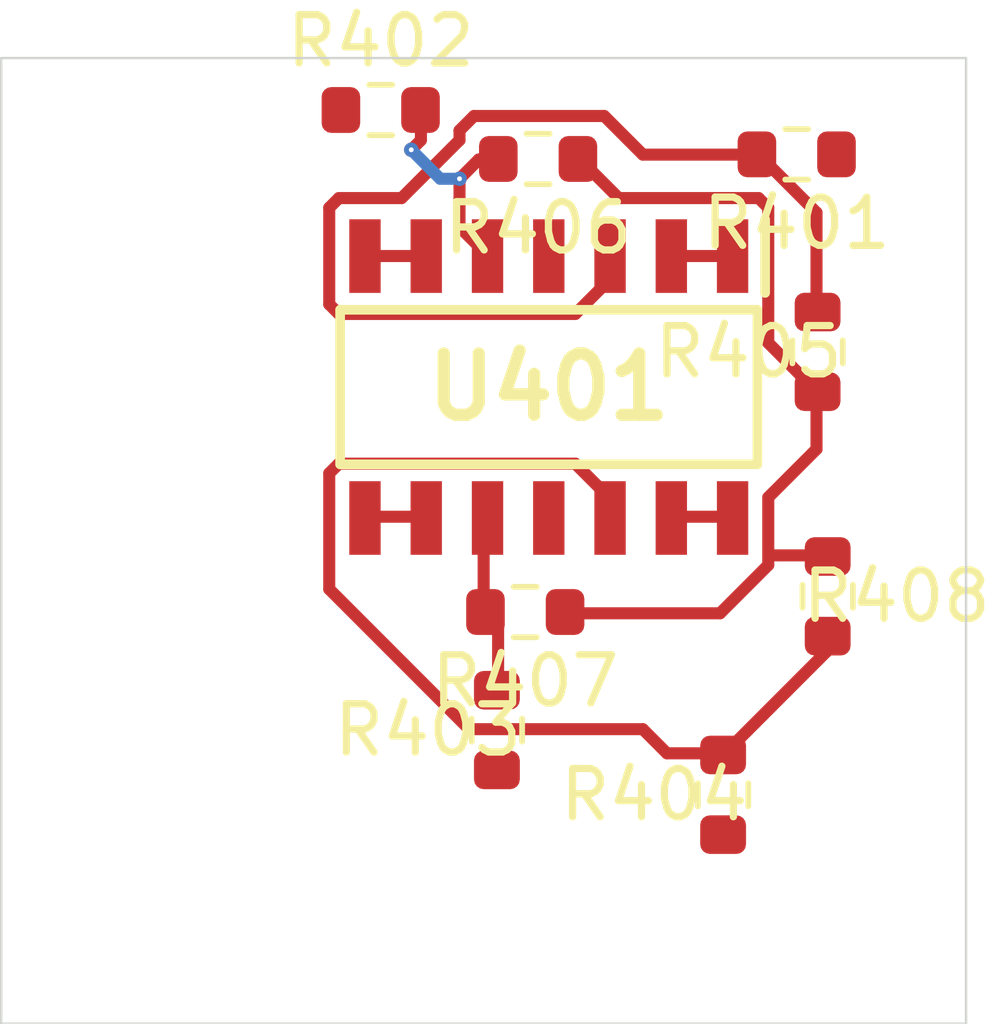
<source format=kicad_pcb>
 ( kicad_pcb  ( version 20171130 )
 ( host pcbnew 5.1.12-84ad8e8a86~92~ubuntu18.04.1 )
 ( general  ( thickness 1.6 )
 ( drawings 4 )
 ( tracks 0 )
 ( zones 0 )
 ( modules 9 )
 ( nets 14 )
)
 ( page A4 )
 ( layers  ( 0 F.Cu signal )
 ( 31 B.Cu signal )
 ( 32 B.Adhes user )
 ( 33 F.Adhes user )
 ( 34 B.Paste user )
 ( 35 F.Paste user )
 ( 36 B.SilkS user )
 ( 37 F.SilkS user )
 ( 38 B.Mask user )
 ( 39 F.Mask user )
 ( 40 Dwgs.User user )
 ( 41 Cmts.User user )
 ( 42 Eco1.User user )
 ( 43 Eco2.User user )
 ( 44 Edge.Cuts user )
 ( 45 Margin user )
 ( 46 B.CrtYd user )
 ( 47 F.CrtYd user )
 ( 48 B.Fab user )
 ( 49 F.Fab user )
)
 ( setup  ( last_trace_width 0.25 )
 ( trace_clearance 0.2 )
 ( zone_clearance 0.508 )
 ( zone_45_only no )
 ( trace_min 0.2 )
 ( via_size 0.8 )
 ( via_drill 0.4 )
 ( via_min_size 0.4 )
 ( via_min_drill 0.3 )
 ( uvia_size 0.3 )
 ( uvia_drill 0.1 )
 ( uvias_allowed no )
 ( uvia_min_size 0.2 )
 ( uvia_min_drill 0.1 )
 ( edge_width 0.05 )
 ( segment_width 0.2 )
 ( pcb_text_width 0.3 )
 ( pcb_text_size 1.5 1.5 )
 ( mod_edge_width 0.12 )
 ( mod_text_size 1 1 )
 ( mod_text_width 0.15 )
 ( pad_size 1.524 1.524 )
 ( pad_drill 0.762 )
 ( pad_to_mask_clearance 0 )
 ( aux_axis_origin 0 0 )
 ( visible_elements FFFFFF7F )
 ( pcbplotparams  ( layerselection 0x010fc_ffffffff )
 ( usegerberextensions false )
 ( usegerberattributes true )
 ( usegerberadvancedattributes true )
 ( creategerberjobfile true )
 ( excludeedgelayer true )
 ( linewidth 0.100000 )
 ( plotframeref false )
 ( viasonmask false )
 ( mode 1 )
 ( useauxorigin false )
 ( hpglpennumber 1 )
 ( hpglpenspeed 20 )
 ( hpglpendiameter 15.000000 )
 ( psnegative false )
 ( psa4output false )
 ( plotreference true )
 ( plotvalue true )
 ( plotinvisibletext false )
 ( padsonsilk false )
 ( subtractmaskfromsilk false )
 ( outputformat 1 )
 ( mirror false )
 ( drillshape 1 )
 ( scaleselection 1 )
 ( outputdirectory "" )
)
)
 ( net 0 "" )
 ( net 1 /Sheet6235D886/vp )
 ( net 2 /Sheet6248AD22/chn0 )
 ( net 3 /Sheet6248AD22/chn1 )
 ( net 4 /Sheet6248AD22/chn2 )
 ( net 5 /Sheet6248AD22/chn3 )
 ( net 6 "Net-(R401-Pad2)" )
 ( net 7 "Net-(R402-Pad2)" )
 ( net 8 "Net-(R403-Pad2)" )
 ( net 9 "Net-(R404-Pad2)" )
 ( net 10 /Sheet6248AD22/chn0_n )
 ( net 11 /Sheet6248AD22/chn1_n )
 ( net 12 /Sheet6248AD22/chn2_n )
 ( net 13 /Sheet6248AD22/chn3_n )
 ( net_class Default "This is the default net class."  ( clearance 0.2 )
 ( trace_width 0.25 )
 ( via_dia 0.8 )
 ( via_drill 0.4 )
 ( uvia_dia 0.3 )
 ( uvia_drill 0.1 )
 ( add_net /Sheet6235D886/vp )
 ( add_net /Sheet6248AD22/chn0 )
 ( add_net /Sheet6248AD22/chn0_n )
 ( add_net /Sheet6248AD22/chn1 )
 ( add_net /Sheet6248AD22/chn1_n )
 ( add_net /Sheet6248AD22/chn2 )
 ( add_net /Sheet6248AD22/chn2_n )
 ( add_net /Sheet6248AD22/chn3 )
 ( add_net /Sheet6248AD22/chn3_n )
 ( add_net "Net-(R401-Pad2)" )
 ( add_net "Net-(R402-Pad2)" )
 ( add_net "Net-(R403-Pad2)" )
 ( add_net "Net-(R404-Pad2)" )
)
 ( module Resistor_SMD:R_0603_1608Metric  ( layer F.Cu )
 ( tedit 5F68FEEE )
 ( tstamp 623425C8 )
 ( at 96.489421 101.994551 180.000000 )
 ( descr "Resistor SMD 0603 (1608 Metric), square (rectangular) end terminal, IPC_7351 nominal, (Body size source: IPC-SM-782 page 72, https://www.pcb-3d.com/wordpress/wp-content/uploads/ipc-sm-782a_amendment_1_and_2.pdf), generated with kicad-footprint-generator" )
 ( tags resistor )
 ( path /6248AD23/6249ADFD )
 ( attr smd )
 ( fp_text reference R401  ( at 0 -1.43 )
 ( layer F.SilkS )
 ( effects  ( font  ( size 1 1 )
 ( thickness 0.15 )
)
)
)
 ( fp_text value 10M  ( at 0 1.43 )
 ( layer F.Fab )
 ( effects  ( font  ( size 1 1 )
 ( thickness 0.15 )
)
)
)
 ( fp_line  ( start -0.8 0.4125 )
 ( end -0.8 -0.4125 )
 ( layer F.Fab )
 ( width 0.1 )
)
 ( fp_line  ( start -0.8 -0.4125 )
 ( end 0.8 -0.4125 )
 ( layer F.Fab )
 ( width 0.1 )
)
 ( fp_line  ( start 0.8 -0.4125 )
 ( end 0.8 0.4125 )
 ( layer F.Fab )
 ( width 0.1 )
)
 ( fp_line  ( start 0.8 0.4125 )
 ( end -0.8 0.4125 )
 ( layer F.Fab )
 ( width 0.1 )
)
 ( fp_line  ( start -0.237258 -0.5225 )
 ( end 0.237258 -0.5225 )
 ( layer F.SilkS )
 ( width 0.12 )
)
 ( fp_line  ( start -0.237258 0.5225 )
 ( end 0.237258 0.5225 )
 ( layer F.SilkS )
 ( width 0.12 )
)
 ( fp_line  ( start -1.48 0.73 )
 ( end -1.48 -0.73 )
 ( layer F.CrtYd )
 ( width 0.05 )
)
 ( fp_line  ( start -1.48 -0.73 )
 ( end 1.48 -0.73 )
 ( layer F.CrtYd )
 ( width 0.05 )
)
 ( fp_line  ( start 1.48 -0.73 )
 ( end 1.48 0.73 )
 ( layer F.CrtYd )
 ( width 0.05 )
)
 ( fp_line  ( start 1.48 0.73 )
 ( end -1.48 0.73 )
 ( layer F.CrtYd )
 ( width 0.05 )
)
 ( fp_text user %R  ( at 0 0 )
 ( layer F.Fab )
 ( effects  ( font  ( size 0.4 0.4 )
 ( thickness 0.06 )
)
)
)
 ( pad 2 smd roundrect  ( at 0.825 0 180.000000 )
 ( size 0.8 0.95 )
 ( layers F.Cu F.Mask F.Paste )
 ( roundrect_rratio 0.25 )
 ( net 6 "Net-(R401-Pad2)" )
)
 ( pad 1 smd roundrect  ( at -0.825 0 180.000000 )
 ( size 0.8 0.95 )
 ( layers F.Cu F.Mask F.Paste )
 ( roundrect_rratio 0.25 )
 ( net 10 /Sheet6248AD22/chn0_n )
)
 ( model ${KISYS3DMOD}/Resistor_SMD.3dshapes/R_0603_1608Metric.wrl  ( at  ( xyz 0 0 0 )
)
 ( scale  ( xyz 1 1 1 )
)
 ( rotate  ( xyz 0 0 0 )
)
)
)
 ( module Resistor_SMD:R_0603_1608Metric  ( layer F.Cu )
 ( tedit 5F68FEEE )
 ( tstamp 623425D9 )
 ( at 87.866587 101.075679 )
 ( descr "Resistor SMD 0603 (1608 Metric), square (rectangular) end terminal, IPC_7351 nominal, (Body size source: IPC-SM-782 page 72, https://www.pcb-3d.com/wordpress/wp-content/uploads/ipc-sm-782a_amendment_1_and_2.pdf), generated with kicad-footprint-generator" )
 ( tags resistor )
 ( path /6248AD23/6249B75E )
 ( attr smd )
 ( fp_text reference R402  ( at 0 -1.43 )
 ( layer F.SilkS )
 ( effects  ( font  ( size 1 1 )
 ( thickness 0.15 )
)
)
)
 ( fp_text value 10M  ( at 0 1.43 )
 ( layer F.Fab )
 ( effects  ( font  ( size 1 1 )
 ( thickness 0.15 )
)
)
)
 ( fp_line  ( start 1.48 0.73 )
 ( end -1.48 0.73 )
 ( layer F.CrtYd )
 ( width 0.05 )
)
 ( fp_line  ( start 1.48 -0.73 )
 ( end 1.48 0.73 )
 ( layer F.CrtYd )
 ( width 0.05 )
)
 ( fp_line  ( start -1.48 -0.73 )
 ( end 1.48 -0.73 )
 ( layer F.CrtYd )
 ( width 0.05 )
)
 ( fp_line  ( start -1.48 0.73 )
 ( end -1.48 -0.73 )
 ( layer F.CrtYd )
 ( width 0.05 )
)
 ( fp_line  ( start -0.237258 0.5225 )
 ( end 0.237258 0.5225 )
 ( layer F.SilkS )
 ( width 0.12 )
)
 ( fp_line  ( start -0.237258 -0.5225 )
 ( end 0.237258 -0.5225 )
 ( layer F.SilkS )
 ( width 0.12 )
)
 ( fp_line  ( start 0.8 0.4125 )
 ( end -0.8 0.4125 )
 ( layer F.Fab )
 ( width 0.1 )
)
 ( fp_line  ( start 0.8 -0.4125 )
 ( end 0.8 0.4125 )
 ( layer F.Fab )
 ( width 0.1 )
)
 ( fp_line  ( start -0.8 -0.4125 )
 ( end 0.8 -0.4125 )
 ( layer F.Fab )
 ( width 0.1 )
)
 ( fp_line  ( start -0.8 0.4125 )
 ( end -0.8 -0.4125 )
 ( layer F.Fab )
 ( width 0.1 )
)
 ( fp_text user %R  ( at 0 0 )
 ( layer F.Fab )
 ( effects  ( font  ( size 0.4 0.4 )
 ( thickness 0.06 )
)
)
)
 ( pad 1 smd roundrect  ( at -0.825 0 )
 ( size 0.8 0.95 )
 ( layers F.Cu F.Mask F.Paste )
 ( roundrect_rratio 0.25 )
 ( net 11 /Sheet6248AD22/chn1_n )
)
 ( pad 2 smd roundrect  ( at 0.825 0 )
 ( size 0.8 0.95 )
 ( layers F.Cu F.Mask F.Paste )
 ( roundrect_rratio 0.25 )
 ( net 7 "Net-(R402-Pad2)" )
)
 ( model ${KISYS3DMOD}/Resistor_SMD.3dshapes/R_0603_1608Metric.wrl  ( at  ( xyz 0 0 0 )
)
 ( scale  ( xyz 1 1 1 )
)
 ( rotate  ( xyz 0 0 0 )
)
)
)
 ( module Resistor_SMD:R_0603_1608Metric  ( layer F.Cu )
 ( tedit 5F68FEEE )
 ( tstamp 623425EA )
 ( at 90.275144 113.918676 90.000000 )
 ( descr "Resistor SMD 0603 (1608 Metric), square (rectangular) end terminal, IPC_7351 nominal, (Body size source: IPC-SM-782 page 72, https://www.pcb-3d.com/wordpress/wp-content/uploads/ipc-sm-782a_amendment_1_and_2.pdf), generated with kicad-footprint-generator" )
 ( tags resistor )
 ( path /6248AD23/6249FB7A )
 ( attr smd )
 ( fp_text reference R403  ( at 0 -1.43 )
 ( layer F.SilkS )
 ( effects  ( font  ( size 1 1 )
 ( thickness 0.15 )
)
)
)
 ( fp_text value 10M  ( at 0 1.43 )
 ( layer F.Fab )
 ( effects  ( font  ( size 1 1 )
 ( thickness 0.15 )
)
)
)
 ( fp_line  ( start 1.48 0.73 )
 ( end -1.48 0.73 )
 ( layer F.CrtYd )
 ( width 0.05 )
)
 ( fp_line  ( start 1.48 -0.73 )
 ( end 1.48 0.73 )
 ( layer F.CrtYd )
 ( width 0.05 )
)
 ( fp_line  ( start -1.48 -0.73 )
 ( end 1.48 -0.73 )
 ( layer F.CrtYd )
 ( width 0.05 )
)
 ( fp_line  ( start -1.48 0.73 )
 ( end -1.48 -0.73 )
 ( layer F.CrtYd )
 ( width 0.05 )
)
 ( fp_line  ( start -0.237258 0.5225 )
 ( end 0.237258 0.5225 )
 ( layer F.SilkS )
 ( width 0.12 )
)
 ( fp_line  ( start -0.237258 -0.5225 )
 ( end 0.237258 -0.5225 )
 ( layer F.SilkS )
 ( width 0.12 )
)
 ( fp_line  ( start 0.8 0.4125 )
 ( end -0.8 0.4125 )
 ( layer F.Fab )
 ( width 0.1 )
)
 ( fp_line  ( start 0.8 -0.4125 )
 ( end 0.8 0.4125 )
 ( layer F.Fab )
 ( width 0.1 )
)
 ( fp_line  ( start -0.8 -0.4125 )
 ( end 0.8 -0.4125 )
 ( layer F.Fab )
 ( width 0.1 )
)
 ( fp_line  ( start -0.8 0.4125 )
 ( end -0.8 -0.4125 )
 ( layer F.Fab )
 ( width 0.1 )
)
 ( fp_text user %R  ( at 0 0 )
 ( layer F.Fab )
 ( effects  ( font  ( size 0.4 0.4 )
 ( thickness 0.06 )
)
)
)
 ( pad 1 smd roundrect  ( at -0.825 0 90.000000 )
 ( size 0.8 0.95 )
 ( layers F.Cu F.Mask F.Paste )
 ( roundrect_rratio 0.25 )
 ( net 12 /Sheet6248AD22/chn2_n )
)
 ( pad 2 smd roundrect  ( at 0.825 0 90.000000 )
 ( size 0.8 0.95 )
 ( layers F.Cu F.Mask F.Paste )
 ( roundrect_rratio 0.25 )
 ( net 8 "Net-(R403-Pad2)" )
)
 ( model ${KISYS3DMOD}/Resistor_SMD.3dshapes/R_0603_1608Metric.wrl  ( at  ( xyz 0 0 0 )
)
 ( scale  ( xyz 1 1 1 )
)
 ( rotate  ( xyz 0 0 0 )
)
)
)
 ( module Resistor_SMD:R_0603_1608Metric  ( layer F.Cu )
 ( tedit 5F68FEEE )
 ( tstamp 623425FB )
 ( at 94.963953 115.259342 90.000000 )
 ( descr "Resistor SMD 0603 (1608 Metric), square (rectangular) end terminal, IPC_7351 nominal, (Body size source: IPC-SM-782 page 72, https://www.pcb-3d.com/wordpress/wp-content/uploads/ipc-sm-782a_amendment_1_and_2.pdf), generated with kicad-footprint-generator" )
 ( tags resistor )
 ( path /6248AD23/6249FB74 )
 ( attr smd )
 ( fp_text reference R404  ( at 0 -1.43 )
 ( layer F.SilkS )
 ( effects  ( font  ( size 1 1 )
 ( thickness 0.15 )
)
)
)
 ( fp_text value 10M  ( at 0 1.43 )
 ( layer F.Fab )
 ( effects  ( font  ( size 1 1 )
 ( thickness 0.15 )
)
)
)
 ( fp_line  ( start -0.8 0.4125 )
 ( end -0.8 -0.4125 )
 ( layer F.Fab )
 ( width 0.1 )
)
 ( fp_line  ( start -0.8 -0.4125 )
 ( end 0.8 -0.4125 )
 ( layer F.Fab )
 ( width 0.1 )
)
 ( fp_line  ( start 0.8 -0.4125 )
 ( end 0.8 0.4125 )
 ( layer F.Fab )
 ( width 0.1 )
)
 ( fp_line  ( start 0.8 0.4125 )
 ( end -0.8 0.4125 )
 ( layer F.Fab )
 ( width 0.1 )
)
 ( fp_line  ( start -0.237258 -0.5225 )
 ( end 0.237258 -0.5225 )
 ( layer F.SilkS )
 ( width 0.12 )
)
 ( fp_line  ( start -0.237258 0.5225 )
 ( end 0.237258 0.5225 )
 ( layer F.SilkS )
 ( width 0.12 )
)
 ( fp_line  ( start -1.48 0.73 )
 ( end -1.48 -0.73 )
 ( layer F.CrtYd )
 ( width 0.05 )
)
 ( fp_line  ( start -1.48 -0.73 )
 ( end 1.48 -0.73 )
 ( layer F.CrtYd )
 ( width 0.05 )
)
 ( fp_line  ( start 1.48 -0.73 )
 ( end 1.48 0.73 )
 ( layer F.CrtYd )
 ( width 0.05 )
)
 ( fp_line  ( start 1.48 0.73 )
 ( end -1.48 0.73 )
 ( layer F.CrtYd )
 ( width 0.05 )
)
 ( fp_text user %R  ( at 0 0 )
 ( layer F.Fab )
 ( effects  ( font  ( size 0.4 0.4 )
 ( thickness 0.06 )
)
)
)
 ( pad 2 smd roundrect  ( at 0.825 0 90.000000 )
 ( size 0.8 0.95 )
 ( layers F.Cu F.Mask F.Paste )
 ( roundrect_rratio 0.25 )
 ( net 9 "Net-(R404-Pad2)" )
)
 ( pad 1 smd roundrect  ( at -0.825 0 90.000000 )
 ( size 0.8 0.95 )
 ( layers F.Cu F.Mask F.Paste )
 ( roundrect_rratio 0.25 )
 ( net 13 /Sheet6248AD22/chn3_n )
)
 ( model ${KISYS3DMOD}/Resistor_SMD.3dshapes/R_0603_1608Metric.wrl  ( at  ( xyz 0 0 0 )
)
 ( scale  ( xyz 1 1 1 )
)
 ( rotate  ( xyz 0 0 0 )
)
)
)
 ( module Resistor_SMD:R_0603_1608Metric  ( layer F.Cu )
 ( tedit 5F68FEEE )
 ( tstamp 6234260C )
 ( at 96.922226 106.085533 90.000000 )
 ( descr "Resistor SMD 0603 (1608 Metric), square (rectangular) end terminal, IPC_7351 nominal, (Body size source: IPC-SM-782 page 72, https://www.pcb-3d.com/wordpress/wp-content/uploads/ipc-sm-782a_amendment_1_and_2.pdf), generated with kicad-footprint-generator" )
 ( tags resistor )
 ( path /6248AD23/62497F62 )
 ( attr smd )
 ( fp_text reference R405  ( at 0 -1.43 )
 ( layer F.SilkS )
 ( effects  ( font  ( size 1 1 )
 ( thickness 0.15 )
)
)
)
 ( fp_text value 750k  ( at 0 1.43 )
 ( layer F.Fab )
 ( effects  ( font  ( size 1 1 )
 ( thickness 0.15 )
)
)
)
 ( fp_line  ( start -0.8 0.4125 )
 ( end -0.8 -0.4125 )
 ( layer F.Fab )
 ( width 0.1 )
)
 ( fp_line  ( start -0.8 -0.4125 )
 ( end 0.8 -0.4125 )
 ( layer F.Fab )
 ( width 0.1 )
)
 ( fp_line  ( start 0.8 -0.4125 )
 ( end 0.8 0.4125 )
 ( layer F.Fab )
 ( width 0.1 )
)
 ( fp_line  ( start 0.8 0.4125 )
 ( end -0.8 0.4125 )
 ( layer F.Fab )
 ( width 0.1 )
)
 ( fp_line  ( start -0.237258 -0.5225 )
 ( end 0.237258 -0.5225 )
 ( layer F.SilkS )
 ( width 0.12 )
)
 ( fp_line  ( start -0.237258 0.5225 )
 ( end 0.237258 0.5225 )
 ( layer F.SilkS )
 ( width 0.12 )
)
 ( fp_line  ( start -1.48 0.73 )
 ( end -1.48 -0.73 )
 ( layer F.CrtYd )
 ( width 0.05 )
)
 ( fp_line  ( start -1.48 -0.73 )
 ( end 1.48 -0.73 )
 ( layer F.CrtYd )
 ( width 0.05 )
)
 ( fp_line  ( start 1.48 -0.73 )
 ( end 1.48 0.73 )
 ( layer F.CrtYd )
 ( width 0.05 )
)
 ( fp_line  ( start 1.48 0.73 )
 ( end -1.48 0.73 )
 ( layer F.CrtYd )
 ( width 0.05 )
)
 ( fp_text user %R  ( at 0 0 )
 ( layer F.Fab )
 ( effects  ( font  ( size 0.4 0.4 )
 ( thickness 0.06 )
)
)
)
 ( pad 2 smd roundrect  ( at 0.825 0 90.000000 )
 ( size 0.8 0.95 )
 ( layers F.Cu F.Mask F.Paste )
 ( roundrect_rratio 0.25 )
 ( net 6 "Net-(R401-Pad2)" )
)
 ( pad 1 smd roundrect  ( at -0.825 0 90.000000 )
 ( size 0.8 0.95 )
 ( layers F.Cu F.Mask F.Paste )
 ( roundrect_rratio 0.25 )
 ( net 1 /Sheet6235D886/vp )
)
 ( model ${KISYS3DMOD}/Resistor_SMD.3dshapes/R_0603_1608Metric.wrl  ( at  ( xyz 0 0 0 )
)
 ( scale  ( xyz 1 1 1 )
)
 ( rotate  ( xyz 0 0 0 )
)
)
)
 ( module Resistor_SMD:R_0603_1608Metric  ( layer F.Cu )
 ( tedit 5F68FEEE )
 ( tstamp 6234261D )
 ( at 91.129217 102.089411 180.000000 )
 ( descr "Resistor SMD 0603 (1608 Metric), square (rectangular) end terminal, IPC_7351 nominal, (Body size source: IPC-SM-782 page 72, https://www.pcb-3d.com/wordpress/wp-content/uploads/ipc-sm-782a_amendment_1_and_2.pdf), generated with kicad-footprint-generator" )
 ( tags resistor )
 ( path /6248AD23/62499098 )
 ( attr smd )
 ( fp_text reference R406  ( at 0 -1.43 )
 ( layer F.SilkS )
 ( effects  ( font  ( size 1 1 )
 ( thickness 0.15 )
)
)
)
 ( fp_text value 750k  ( at 0 1.43 )
 ( layer F.Fab )
 ( effects  ( font  ( size 1 1 )
 ( thickness 0.15 )
)
)
)
 ( fp_line  ( start 1.48 0.73 )
 ( end -1.48 0.73 )
 ( layer F.CrtYd )
 ( width 0.05 )
)
 ( fp_line  ( start 1.48 -0.73 )
 ( end 1.48 0.73 )
 ( layer F.CrtYd )
 ( width 0.05 )
)
 ( fp_line  ( start -1.48 -0.73 )
 ( end 1.48 -0.73 )
 ( layer F.CrtYd )
 ( width 0.05 )
)
 ( fp_line  ( start -1.48 0.73 )
 ( end -1.48 -0.73 )
 ( layer F.CrtYd )
 ( width 0.05 )
)
 ( fp_line  ( start -0.237258 0.5225 )
 ( end 0.237258 0.5225 )
 ( layer F.SilkS )
 ( width 0.12 )
)
 ( fp_line  ( start -0.237258 -0.5225 )
 ( end 0.237258 -0.5225 )
 ( layer F.SilkS )
 ( width 0.12 )
)
 ( fp_line  ( start 0.8 0.4125 )
 ( end -0.8 0.4125 )
 ( layer F.Fab )
 ( width 0.1 )
)
 ( fp_line  ( start 0.8 -0.4125 )
 ( end 0.8 0.4125 )
 ( layer F.Fab )
 ( width 0.1 )
)
 ( fp_line  ( start -0.8 -0.4125 )
 ( end 0.8 -0.4125 )
 ( layer F.Fab )
 ( width 0.1 )
)
 ( fp_line  ( start -0.8 0.4125 )
 ( end -0.8 -0.4125 )
 ( layer F.Fab )
 ( width 0.1 )
)
 ( fp_text user %R  ( at 0 0 )
 ( layer F.Fab )
 ( effects  ( font  ( size 0.4 0.4 )
 ( thickness 0.06 )
)
)
)
 ( pad 1 smd roundrect  ( at -0.825 0 180.000000 )
 ( size 0.8 0.95 )
 ( layers F.Cu F.Mask F.Paste )
 ( roundrect_rratio 0.25 )
 ( net 1 /Sheet6235D886/vp )
)
 ( pad 2 smd roundrect  ( at 0.825 0 180.000000 )
 ( size 0.8 0.95 )
 ( layers F.Cu F.Mask F.Paste )
 ( roundrect_rratio 0.25 )
 ( net 7 "Net-(R402-Pad2)" )
)
 ( model ${KISYS3DMOD}/Resistor_SMD.3dshapes/R_0603_1608Metric.wrl  ( at  ( xyz 0 0 0 )
)
 ( scale  ( xyz 1 1 1 )
)
 ( rotate  ( xyz 0 0 0 )
)
)
)
 ( module Resistor_SMD:R_0603_1608Metric  ( layer F.Cu )
 ( tedit 5F68FEEE )
 ( tstamp 6234262E )
 ( at 90.862993 111.473385 180.000000 )
 ( descr "Resistor SMD 0603 (1608 Metric), square (rectangular) end terminal, IPC_7351 nominal, (Body size source: IPC-SM-782 page 72, https://www.pcb-3d.com/wordpress/wp-content/uploads/ipc-sm-782a_amendment_1_and_2.pdf), generated with kicad-footprint-generator" )
 ( tags resistor )
 ( path /6248AD23/624A0FFB )
 ( attr smd )
 ( fp_text reference R407  ( at 0 -1.43 )
 ( layer F.SilkS )
 ( effects  ( font  ( size 1 1 )
 ( thickness 0.15 )
)
)
)
 ( fp_text value 1.5M  ( at 0 1.43 )
 ( layer F.Fab )
 ( effects  ( font  ( size 1 1 )
 ( thickness 0.15 )
)
)
)
 ( fp_line  ( start 1.48 0.73 )
 ( end -1.48 0.73 )
 ( layer F.CrtYd )
 ( width 0.05 )
)
 ( fp_line  ( start 1.48 -0.73 )
 ( end 1.48 0.73 )
 ( layer F.CrtYd )
 ( width 0.05 )
)
 ( fp_line  ( start -1.48 -0.73 )
 ( end 1.48 -0.73 )
 ( layer F.CrtYd )
 ( width 0.05 )
)
 ( fp_line  ( start -1.48 0.73 )
 ( end -1.48 -0.73 )
 ( layer F.CrtYd )
 ( width 0.05 )
)
 ( fp_line  ( start -0.237258 0.5225 )
 ( end 0.237258 0.5225 )
 ( layer F.SilkS )
 ( width 0.12 )
)
 ( fp_line  ( start -0.237258 -0.5225 )
 ( end 0.237258 -0.5225 )
 ( layer F.SilkS )
 ( width 0.12 )
)
 ( fp_line  ( start 0.8 0.4125 )
 ( end -0.8 0.4125 )
 ( layer F.Fab )
 ( width 0.1 )
)
 ( fp_line  ( start 0.8 -0.4125 )
 ( end 0.8 0.4125 )
 ( layer F.Fab )
 ( width 0.1 )
)
 ( fp_line  ( start -0.8 -0.4125 )
 ( end 0.8 -0.4125 )
 ( layer F.Fab )
 ( width 0.1 )
)
 ( fp_line  ( start -0.8 0.4125 )
 ( end -0.8 -0.4125 )
 ( layer F.Fab )
 ( width 0.1 )
)
 ( fp_text user %R  ( at 0 0 )
 ( layer F.Fab )
 ( effects  ( font  ( size 0.4 0.4 )
 ( thickness 0.06 )
)
)
)
 ( pad 1 smd roundrect  ( at -0.825 0 180.000000 )
 ( size 0.8 0.95 )
 ( layers F.Cu F.Mask F.Paste )
 ( roundrect_rratio 0.25 )
 ( net 1 /Sheet6235D886/vp )
)
 ( pad 2 smd roundrect  ( at 0.825 0 180.000000 )
 ( size 0.8 0.95 )
 ( layers F.Cu F.Mask F.Paste )
 ( roundrect_rratio 0.25 )
 ( net 8 "Net-(R403-Pad2)" )
)
 ( model ${KISYS3DMOD}/Resistor_SMD.3dshapes/R_0603_1608Metric.wrl  ( at  ( xyz 0 0 0 )
)
 ( scale  ( xyz 1 1 1 )
)
 ( rotate  ( xyz 0 0 0 )
)
)
)
 ( module Resistor_SMD:R_0603_1608Metric  ( layer F.Cu )
 ( tedit 5F68FEEE )
 ( tstamp 6234263F )
 ( at 97.131417 111.148410 270.000000 )
 ( descr "Resistor SMD 0603 (1608 Metric), square (rectangular) end terminal, IPC_7351 nominal, (Body size source: IPC-SM-782 page 72, https://www.pcb-3d.com/wordpress/wp-content/uploads/ipc-sm-782a_amendment_1_and_2.pdf), generated with kicad-footprint-generator" )
 ( tags resistor )
 ( path /6248AD23/624A093C )
 ( attr smd )
 ( fp_text reference R408  ( at 0 -1.43 )
 ( layer F.SilkS )
 ( effects  ( font  ( size 1 1 )
 ( thickness 0.15 )
)
)
)
 ( fp_text value 1.5M  ( at 0 1.43 )
 ( layer F.Fab )
 ( effects  ( font  ( size 1 1 )
 ( thickness 0.15 )
)
)
)
 ( fp_line  ( start -0.8 0.4125 )
 ( end -0.8 -0.4125 )
 ( layer F.Fab )
 ( width 0.1 )
)
 ( fp_line  ( start -0.8 -0.4125 )
 ( end 0.8 -0.4125 )
 ( layer F.Fab )
 ( width 0.1 )
)
 ( fp_line  ( start 0.8 -0.4125 )
 ( end 0.8 0.4125 )
 ( layer F.Fab )
 ( width 0.1 )
)
 ( fp_line  ( start 0.8 0.4125 )
 ( end -0.8 0.4125 )
 ( layer F.Fab )
 ( width 0.1 )
)
 ( fp_line  ( start -0.237258 -0.5225 )
 ( end 0.237258 -0.5225 )
 ( layer F.SilkS )
 ( width 0.12 )
)
 ( fp_line  ( start -0.237258 0.5225 )
 ( end 0.237258 0.5225 )
 ( layer F.SilkS )
 ( width 0.12 )
)
 ( fp_line  ( start -1.48 0.73 )
 ( end -1.48 -0.73 )
 ( layer F.CrtYd )
 ( width 0.05 )
)
 ( fp_line  ( start -1.48 -0.73 )
 ( end 1.48 -0.73 )
 ( layer F.CrtYd )
 ( width 0.05 )
)
 ( fp_line  ( start 1.48 -0.73 )
 ( end 1.48 0.73 )
 ( layer F.CrtYd )
 ( width 0.05 )
)
 ( fp_line  ( start 1.48 0.73 )
 ( end -1.48 0.73 )
 ( layer F.CrtYd )
 ( width 0.05 )
)
 ( fp_text user %R  ( at 0 0 )
 ( layer F.Fab )
 ( effects  ( font  ( size 0.4 0.4 )
 ( thickness 0.06 )
)
)
)
 ( pad 2 smd roundrect  ( at 0.825 0 270.000000 )
 ( size 0.8 0.95 )
 ( layers F.Cu F.Mask F.Paste )
 ( roundrect_rratio 0.25 )
 ( net 9 "Net-(R404-Pad2)" )
)
 ( pad 1 smd roundrect  ( at -0.825 0 270.000000 )
 ( size 0.8 0.95 )
 ( layers F.Cu F.Mask F.Paste )
 ( roundrect_rratio 0.25 )
 ( net 1 /Sheet6235D886/vp )
)
 ( model ${KISYS3DMOD}/Resistor_SMD.3dshapes/R_0603_1608Metric.wrl  ( at  ( xyz 0 0 0 )
)
 ( scale  ( xyz 1 1 1 )
)
 ( rotate  ( xyz 0 0 0 )
)
)
)
 ( module TL074HIDR:SOIC127P600X175-14N locked  ( layer F.Cu )
 ( tedit 62336F37 )
 ( tstamp 62342709 )
 ( at 91.350400 106.814000 270.000000 )
 ( descr "D (-R-PDSO-G14)" )
 ( tags "Integrated Circuit" )
 ( path /6248AD23/624976B2 )
 ( attr smd )
 ( fp_text reference U401  ( at 0 0 )
 ( layer F.SilkS )
 ( effects  ( font  ( size 1.27 1.27 )
 ( thickness 0.254 )
)
)
)
 ( fp_text value TL074  ( at 0 0 )
 ( layer F.SilkS )
hide  ( effects  ( font  ( size 1.27 1.27 )
 ( thickness 0.254 )
)
)
)
 ( fp_line  ( start -3.725 -4.625 )
 ( end 3.725 -4.625 )
 ( layer Dwgs.User )
 ( width 0.05 )
)
 ( fp_line  ( start 3.725 -4.625 )
 ( end 3.725 4.625 )
 ( layer Dwgs.User )
 ( width 0.05 )
)
 ( fp_line  ( start 3.725 4.625 )
 ( end -3.725 4.625 )
 ( layer Dwgs.User )
 ( width 0.05 )
)
 ( fp_line  ( start -3.725 4.625 )
 ( end -3.725 -4.625 )
 ( layer Dwgs.User )
 ( width 0.05 )
)
 ( fp_line  ( start -1.95 -4.325 )
 ( end 1.95 -4.325 )
 ( layer Dwgs.User )
 ( width 0.1 )
)
 ( fp_line  ( start 1.95 -4.325 )
 ( end 1.95 4.325 )
 ( layer Dwgs.User )
 ( width 0.1 )
)
 ( fp_line  ( start 1.95 4.325 )
 ( end -1.95 4.325 )
 ( layer Dwgs.User )
 ( width 0.1 )
)
 ( fp_line  ( start -1.95 4.325 )
 ( end -1.95 -4.325 )
 ( layer Dwgs.User )
 ( width 0.1 )
)
 ( fp_line  ( start -1.95 -3.055 )
 ( end -0.68 -4.325 )
 ( layer Dwgs.User )
 ( width 0.1 )
)
 ( fp_line  ( start -1.6 -4.325 )
 ( end 1.6 -4.325 )
 ( layer F.SilkS )
 ( width 0.2 )
)
 ( fp_line  ( start 1.6 -4.325 )
 ( end 1.6 4.325 )
 ( layer F.SilkS )
 ( width 0.2 )
)
 ( fp_line  ( start 1.6 4.325 )
 ( end -1.6 4.325 )
 ( layer F.SilkS )
 ( width 0.2 )
)
 ( fp_line  ( start -1.6 4.325 )
 ( end -1.6 -4.325 )
 ( layer F.SilkS )
 ( width 0.2 )
)
 ( fp_line  ( start -3.475 -4.485 )
 ( end -1.95 -4.485 )
 ( layer F.SilkS )
 ( width 0.2 )
)
 ( pad 1 smd rect  ( at -2.712 -3.81 )
 ( size 0.65 1.525 )
 ( layers F.Cu F.Mask F.Paste )
 ( net 2 /Sheet6248AD22/chn0 )
)
 ( pad 2 smd rect  ( at -2.712 -2.54 )
 ( size 0.65 1.525 )
 ( layers F.Cu F.Mask F.Paste )
 ( net 2 /Sheet6248AD22/chn0 )
)
 ( pad 3 smd rect  ( at -2.712 -1.27 )
 ( size 0.65 1.525 )
 ( layers F.Cu F.Mask F.Paste )
 ( net 6 "Net-(R401-Pad2)" )
)
 ( pad 4 smd rect  ( at -2.712 0 )
 ( size 0.65 1.525 )
 ( layers F.Cu F.Mask F.Paste )
)
 ( pad 5 smd rect  ( at -2.712 1.27 )
 ( size 0.65 1.525 )
 ( layers F.Cu F.Mask F.Paste )
 ( net 7 "Net-(R402-Pad2)" )
)
 ( pad 6 smd rect  ( at -2.712 2.54 )
 ( size 0.65 1.525 )
 ( layers F.Cu F.Mask F.Paste )
 ( net 3 /Sheet6248AD22/chn1 )
)
 ( pad 7 smd rect  ( at -2.712 3.81 )
 ( size 0.65 1.525 )
 ( layers F.Cu F.Mask F.Paste )
 ( net 3 /Sheet6248AD22/chn1 )
)
 ( pad 8 smd rect  ( at 2.712 3.81 )
 ( size 0.65 1.525 )
 ( layers F.Cu F.Mask F.Paste )
 ( net 4 /Sheet6248AD22/chn2 )
)
 ( pad 9 smd rect  ( at 2.712 2.54 )
 ( size 0.65 1.525 )
 ( layers F.Cu F.Mask F.Paste )
 ( net 4 /Sheet6248AD22/chn2 )
)
 ( pad 10 smd rect  ( at 2.712 1.27 )
 ( size 0.65 1.525 )
 ( layers F.Cu F.Mask F.Paste )
 ( net 8 "Net-(R403-Pad2)" )
)
 ( pad 11 smd rect  ( at 2.712 0 )
 ( size 0.65 1.525 )
 ( layers F.Cu F.Mask F.Paste )
)
 ( pad 12 smd rect  ( at 2.712 -1.27 )
 ( size 0.65 1.525 )
 ( layers F.Cu F.Mask F.Paste )
 ( net 9 "Net-(R404-Pad2)" )
)
 ( pad 13 smd rect  ( at 2.712 -2.54 )
 ( size 0.65 1.525 )
 ( layers F.Cu F.Mask F.Paste )
 ( net 5 /Sheet6248AD22/chn3 )
)
 ( pad 14 smd rect  ( at 2.712 -3.81 )
 ( size 0.65 1.525 )
 ( layers F.Cu F.Mask F.Paste )
 ( net 5 /Sheet6248AD22/chn3 )
)
)
 ( gr_line  ( start 100 100 )
 ( end 100 120 )
 ( layer Edge.Cuts )
 ( width 0.05 )
 ( tstamp 62E76D2A )
)
 ( gr_line  ( start 80 120 )
 ( end 100 120 )
 ( layer Edge.Cuts )
 ( width 0.05 )
 ( tstamp 62E76D27 )
)
 ( gr_line  ( start 80 100 )
 ( end 80 120 )
 ( layer Edge.Cuts )
 ( width 0.05 )
 ( tstamp 6234110C )
)
 ( gr_line  ( start 80 100 )
 ( end 100 100 )
 ( layer Edge.Cuts )
 ( width 0.05 )
)
 ( segment  ( start 92.000001 102.100002 )
 ( end 92.800001 102.900002 )
 ( width 0.250000 )
 ( layer F.Cu )
 ( net 1 )
)
 ( segment  ( start 92.800001 102.900002 )
 ( end 95.700001 102.900002 )
 ( width 0.250000 )
 ( layer F.Cu )
 ( net 1 )
)
 ( segment  ( start 95.700001 102.900002 )
 ( end 95.900001 103.100002 )
 ( width 0.250000 )
 ( layer F.Cu )
 ( net 1 )
)
 ( segment  ( start 95.900001 103.100002 )
 ( end 95.900001 105.900002 )
 ( width 0.250000 )
 ( layer F.Cu )
 ( net 1 )
)
 ( segment  ( start 95.900001 105.900002 )
 ( end 96.900001 106.900002 )
 ( width 0.250000 )
 ( layer F.Cu )
 ( net 1 )
)
 ( segment  ( start 91.700001 111.500002 )
 ( end 94.900001 111.500002 )
 ( width 0.250000 )
 ( layer F.Cu )
 ( net 1 )
)
 ( segment  ( start 94.900001 111.500002 )
 ( end 95.900001 110.500002 )
 ( width 0.250000 )
 ( layer F.Cu )
 ( net 1 )
)
 ( segment  ( start 95.900001 110.500002 )
 ( end 95.900001 109.100002 )
 ( width 0.250000 )
 ( layer F.Cu )
 ( net 1 )
)
 ( segment  ( start 95.900001 109.100002 )
 ( end 96.900001 108.100002 )
 ( width 0.250000 )
 ( layer F.Cu )
 ( net 1 )
)
 ( segment  ( start 96.900001 108.100002 )
 ( end 96.900001 106.900002 )
 ( width 0.250000 )
 ( layer F.Cu )
 ( net 1 )
)
 ( segment  ( start 97.100001 110.300002 )
 ( end 95.900001 110.300002 )
 ( width 0.250000 )
 ( layer F.Cu )
 ( net 1 )
)
 ( segment  ( start 93.900001 104.100002 )
 ( end 95.200001 104.100002 )
 ( width 0.250000 )
 ( layer F.Cu )
 ( net 2 )
)
 ( segment  ( start 87.500001 104.100002 )
 ( end 88.800001 104.100002 )
 ( width 0.250000 )
 ( layer F.Cu )
 ( net 3 )
)
 ( segment  ( start 88.800001 109.500002 )
 ( end 87.500001 109.500002 )
 ( width 0.250000 )
 ( layer F.Cu )
 ( net 4 )
)
 ( segment  ( start 95.200001 109.500002 )
 ( end 93.900001 109.500002 )
 ( width 0.250000 )
 ( layer F.Cu )
 ( net 5 )
)
 ( segment  ( start 96.900001 105.300002 )
 ( end 96.900001 103.200002 )
 ( width 0.250000 )
 ( layer F.Cu )
 ( net 6 )
)
 ( segment  ( start 96.900001 103.200002 )
 ( end 95.700001 102.000002 )
 ( width 0.250000 )
 ( layer F.Cu )
 ( net 6 )
)
 ( segment  ( start 92.600001 104.100002 )
 ( end 92.600001 104.600002 )
 ( width 0.250000 )
 ( layer F.Cu )
 ( net 6 )
)
 ( segment  ( start 92.600001 104.600002 )
 ( end 91.900001 105.300002 )
 ( width 0.250000 )
 ( layer F.Cu )
 ( net 6 )
)
 ( segment  ( start 91.900001 105.300002 )
 ( end 87.000001 105.300002 )
 ( width 0.250000 )
 ( layer F.Cu )
 ( net 6 )
)
 ( segment  ( start 87.000001 105.300002 )
 ( end 86.800001 105.100002 )
 ( width 0.250000 )
 ( layer F.Cu )
 ( net 6 )
)
 ( segment  ( start 86.800001 105.100002 )
 ( end 86.800001 103.100002 )
 ( width 0.250000 )
 ( layer F.Cu )
 ( net 6 )
)
 ( segment  ( start 86.800001 103.100002 )
 ( end 87.000001 102.900002 )
 ( width 0.250000 )
 ( layer F.Cu )
 ( net 6 )
)
 ( segment  ( start 87.000001 102.900002 )
 ( end 88.300001 102.900002 )
 ( width 0.250000 )
 ( layer F.Cu )
 ( net 6 )
)
 ( segment  ( start 88.300001 102.900002 )
 ( end 89.500001 101.700002 )
 ( width 0.250000 )
 ( layer F.Cu )
 ( net 6 )
)
 ( segment  ( start 89.500001 101.700002 )
 ( end 89.500001 101.500002 )
 ( width 0.250000 )
 ( layer F.Cu )
 ( net 6 )
)
 ( segment  ( start 89.500001 101.500002 )
 ( end 89.800001 101.200002 )
 ( width 0.250000 )
 ( layer F.Cu )
 ( net 6 )
)
 ( segment  ( start 89.800001 101.200002 )
 ( end 92.500001 101.200002 )
 ( width 0.250000 )
 ( layer F.Cu )
 ( net 6 )
)
 ( segment  ( start 92.500001 101.200002 )
 ( end 93.300001 102.000002 )
 ( width 0.250000 )
 ( layer F.Cu )
 ( net 6 )
)
 ( segment  ( start 93.300001 102.000002 )
 ( end 95.700001 102.000002 )
 ( width 0.250000 )
 ( layer F.Cu )
 ( net 6 )
)
 ( segment  ( start 90.300001 102.100002 )
 ( end 89.900001 102.100002 )
 ( width 0.250000 )
 ( layer F.Cu )
 ( net 7 )
)
 ( segment  ( start 89.900001 102.100002 )
 ( end 89.500001 102.500002 )
 ( width 0.250000 )
 ( layer F.Cu )
 ( net 7 )
)
 ( segment  ( start 89.500001 102.500002 )
 ( end 89.100001 102.500002 )
 ( width 0.250000 )
 ( layer B.Cu )
 ( net 7 )
)
 ( segment  ( start 89.100001 102.500002 )
 ( end 88.500001 101.900002 )
 ( width 0.250000 )
 ( layer B.Cu )
 ( net 7 )
)
 ( segment  ( start 88.500001 101.900002 )
 ( end 88.700001 101.700002 )
 ( width 0.250000 )
 ( layer F.Cu )
 ( net 7 )
)
 ( segment  ( start 88.700001 101.700002 )
 ( end 88.700001 101.100002 )
 ( width 0.250000 )
 ( layer F.Cu )
 ( net 7 )
)
 ( segment  ( start 90.100001 104.100002 )
 ( end 89.500001 103.500002 )
 ( width 0.250000 )
 ( layer F.Cu )
 ( net 7 )
)
 ( segment  ( start 89.500001 103.500002 )
 ( end 89.500001 102.500002 )
 ( width 0.250000 )
 ( layer F.Cu )
 ( net 7 )
)
 ( via micro  ( at 89.500001 102.500002 )
 ( size 0.300000 )
 ( drill 0.100000 )
 ( layers F.Cu B.Cu )
 ( net 7 )
)
 ( via micro  ( at 88.500001 101.900002 )
 ( size 0.300000 )
 ( drill 0.100000 )
 ( layers F.Cu B.Cu )
 ( net 7 )
)
 ( segment  ( start 90.000001 111.500002 )
 ( end 90.300001 111.800002 )
 ( width 0.250000 )
 ( layer F.Cu )
 ( net 8 )
)
 ( segment  ( start 90.300001 111.800002 )
 ( end 90.300001 113.100002 )
 ( width 0.250000 )
 ( layer F.Cu )
 ( net 8 )
)
 ( segment  ( start 90.100001 109.500002 )
 ( end 90.000001 109.600002 )
 ( width 0.250000 )
 ( layer F.Cu )
 ( net 8 )
)
 ( segment  ( start 90.000001 109.600002 )
 ( end 90.000001 111.500002 )
 ( width 0.250000 )
 ( layer F.Cu )
 ( net 8 )
)
 ( segment  ( start 97.100001 112.000002 )
 ( end 97.100001 112.300002 )
 ( width 0.250000 )
 ( layer F.Cu )
 ( net 9 )
)
 ( segment  ( start 97.100001 112.300002 )
 ( end 95.000001 114.400002 )
 ( width 0.250000 )
 ( layer F.Cu )
 ( net 9 )
)
 ( segment  ( start 92.600001 109.500002 )
 ( end 92.600001 109.100002 )
 ( width 0.250000 )
 ( layer F.Cu )
 ( net 9 )
)
 ( segment  ( start 92.600001 109.100002 )
 ( end 91.900001 108.400002 )
 ( width 0.250000 )
 ( layer F.Cu )
 ( net 9 )
)
 ( segment  ( start 91.900001 108.400002 )
 ( end 87.000001 108.400002 )
 ( width 0.250000 )
 ( layer F.Cu )
 ( net 9 )
)
 ( segment  ( start 87.000001 108.400002 )
 ( end 86.800001 108.600002 )
 ( width 0.250000 )
 ( layer F.Cu )
 ( net 9 )
)
 ( segment  ( start 86.800001 108.600002 )
 ( end 86.800001 111.000002 )
 ( width 0.250000 )
 ( layer F.Cu )
 ( net 9 )
)
 ( segment  ( start 86.800001 111.000002 )
 ( end 89.700001 113.900002 )
 ( width 0.250000 )
 ( layer F.Cu )
 ( net 9 )
)
 ( segment  ( start 89.700001 113.900002 )
 ( end 93.300001 113.900002 )
 ( width 0.250000 )
 ( layer F.Cu )
 ( net 9 )
)
 ( segment  ( start 93.300001 113.900002 )
 ( end 93.800001 114.400002 )
 ( width 0.250000 )
 ( layer F.Cu )
 ( net 9 )
)
 ( segment  ( start 93.800001 114.400002 )
 ( end 95.000001 114.400002 )
 ( width 0.250000 )
 ( layer F.Cu )
 ( net 9 )
)
)

</source>
